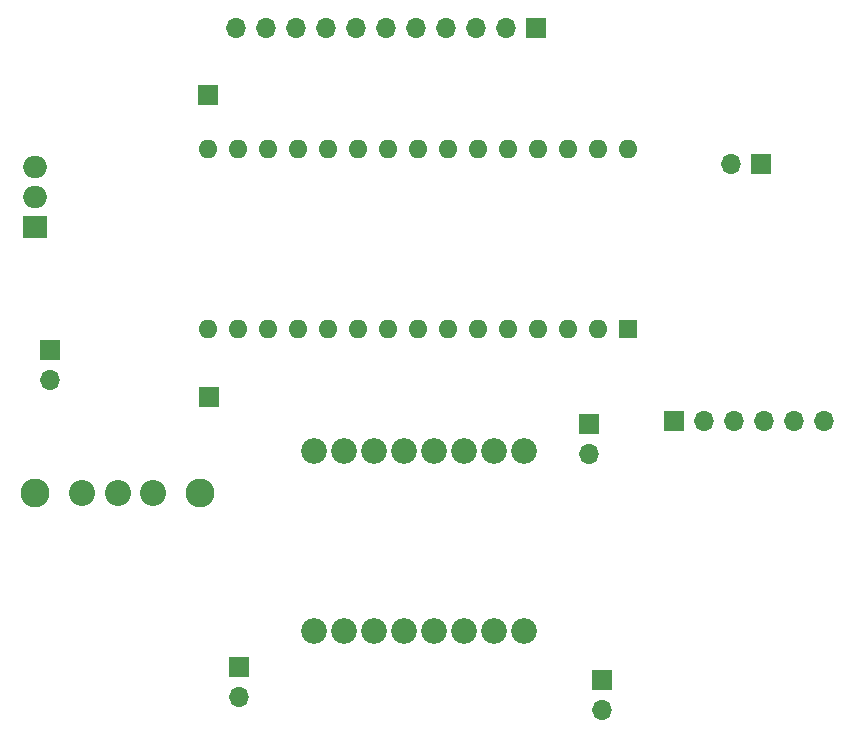
<source format=gbr>
%TF.GenerationSoftware,KiCad,Pcbnew,8.0.0*%
%TF.CreationDate,2024-07-04T13:25:56-03:00*%
%TF.ProjectId,LineFollowerRCX,4c696e65-466f-46c6-9c6f-776572524358,rev?*%
%TF.SameCoordinates,Original*%
%TF.FileFunction,Soldermask,Top*%
%TF.FilePolarity,Negative*%
%FSLAX46Y46*%
G04 Gerber Fmt 4.6, Leading zero omitted, Abs format (unit mm)*
G04 Created by KiCad (PCBNEW 8.0.0) date 2024-07-04 13:25:56*
%MOMM*%
%LPD*%
G01*
G04 APERTURE LIST*
%ADD10C,2.454000*%
%ADD11C,2.204000*%
%ADD12C,2.184000*%
%ADD13R,1.700000X1.700000*%
%ADD14R,1.600000X1.600000*%
%ADD15O,1.600000X1.600000*%
%ADD16O,1.700000X1.700000*%
%ADD17R,2.000000X1.905000*%
%ADD18O,2.000000X1.905000*%
G04 APERTURE END LIST*
D10*
%TO.C,S1*%
X157551624Y-130556000D03*
X171551624Y-130556000D03*
D11*
X161551624Y-130556000D03*
X164551624Y-130556000D03*
X167551624Y-130556000D03*
%TD*%
D12*
%TO.C,U1*%
X199000624Y-127000000D03*
X196460624Y-127000000D03*
X193920624Y-127000000D03*
X191380624Y-127000000D03*
X188840624Y-127000000D03*
X186300624Y-127000000D03*
X183760624Y-127000000D03*
X181220624Y-127000000D03*
X181220624Y-142240000D03*
X183760624Y-142240000D03*
X186300624Y-142240000D03*
X188840624Y-142240000D03*
X191380624Y-142240000D03*
X193920624Y-142240000D03*
X196460624Y-142240000D03*
X199000624Y-142240000D03*
%TD*%
D13*
%TO.C,J7*%
X172203624Y-96901000D03*
%TD*%
%TO.C,J8*%
X172330624Y-122428000D03*
%TD*%
D14*
%TO.C,A2*%
X207763624Y-116703000D03*
D15*
X205223624Y-116703000D03*
X202683624Y-116703000D03*
X200143624Y-116703000D03*
X197603624Y-116703000D03*
X195063624Y-116703000D03*
X192523624Y-116703000D03*
X189983624Y-116703000D03*
X187443624Y-116703000D03*
X184903624Y-116703000D03*
X182363624Y-116703000D03*
X179823624Y-116703000D03*
X177283624Y-116703000D03*
X174743624Y-116703000D03*
X172203624Y-116703000D03*
X172203624Y-101463000D03*
X174743624Y-101463000D03*
X177283624Y-101463000D03*
X179823624Y-101463000D03*
X182363624Y-101463000D03*
X184903624Y-101463000D03*
X187443624Y-101463000D03*
X189983624Y-101463000D03*
X192523624Y-101463000D03*
X195063624Y-101463000D03*
X197603624Y-101463000D03*
X200143624Y-101463000D03*
X202683624Y-101463000D03*
X205223624Y-101463000D03*
X207763624Y-101463000D03*
%TD*%
D16*
%TO.C,J9*%
X216526624Y-102743000D03*
D13*
X219066624Y-102743000D03*
%TD*%
D16*
%TO.C,Bateria1*%
X158843624Y-121051000D03*
D13*
X158843624Y-118511000D03*
%TD*%
D16*
%TO.C,J1*%
X174616624Y-91186000D03*
X177156624Y-91186000D03*
X179696624Y-91186000D03*
X182236624Y-91186000D03*
X184776624Y-91186000D03*
X187316624Y-91186000D03*
X189856624Y-91186000D03*
X192396624Y-91186000D03*
X194936624Y-91186000D03*
X197476624Y-91186000D03*
D13*
X200016624Y-91186000D03*
%TD*%
D16*
%TO.C,J2*%
X174870624Y-147828000D03*
D13*
X174870624Y-145288000D03*
%TD*%
D17*
%TO.C,U2*%
X157542624Y-108077000D03*
D18*
X157542624Y-105537000D03*
X157542624Y-102997000D03*
%TD*%
D16*
%TO.C,J4*%
X224400624Y-124460000D03*
X221860624Y-124460000D03*
X219320624Y-124460000D03*
X216780624Y-124460000D03*
X214240624Y-124460000D03*
D13*
X211700624Y-124460000D03*
%TD*%
D16*
%TO.C,J3*%
X205579624Y-148991000D03*
D13*
X205579624Y-146451000D03*
%TD*%
D16*
%TO.C,J10*%
X204461624Y-127254000D03*
D13*
X204461624Y-124714000D03*
%TD*%
M02*

</source>
